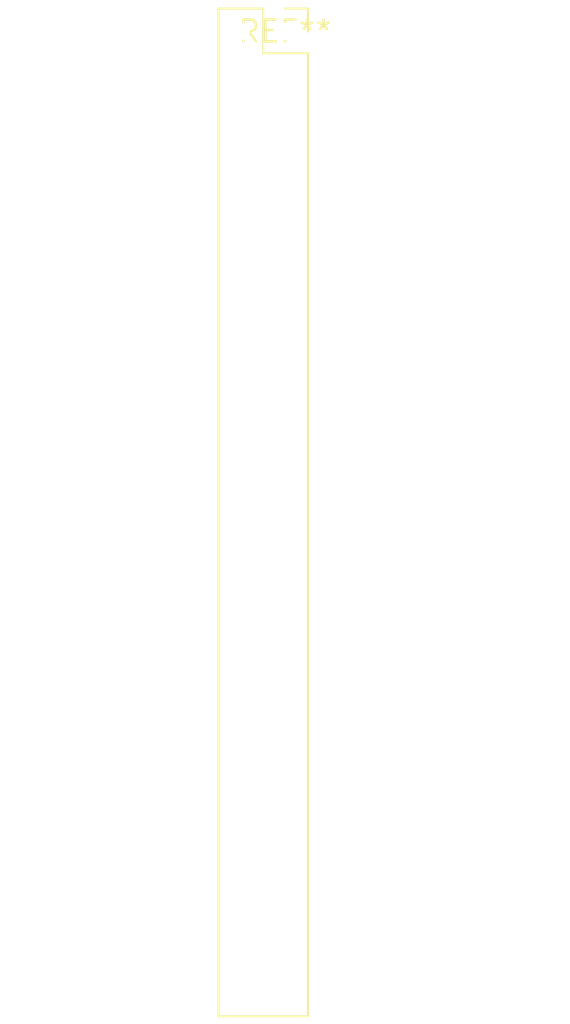
<source format=kicad_pcb>
(kicad_pcb (version 20240108) (generator pcbnew)
  (layers (0 "F.Cu" signal) (31 "B.Cu" signal) (34 "B.Paste" user) (35 "F.Paste" user) (36 "B.SilkS" user "B.Silkscreen") (37 "F.SilkS" user "F.Silkscreen") (38 "B.Mask" user) (39 "F.Mask" user) (44 "Edge.Cuts" user))
  (net 0 "")
  (footprint "PinSocket_2x23_P2.54mm_Vertical" (layer "F.Cu") (at 0 0)
    (property "Reference" "REF**")
    (property "Value" "PinSocket_2x23_P2.54mm_Vertical")
    (fp_line (start -3.87 -1.33) (end -3.87 57.21) (layer "F.SilkS") (stroke (width 0.12)))
    (fp_line (start -3.87 -1.33) (end -1.27 -1.33) (layer "F.SilkS") (stroke (width 0.12)))
    (fp_line (start -3.87 57.21) (end 1.33 57.21) (layer "F.SilkS") (stroke (width 0.12)))
    (fp_line (start -1.27 -1.33) (end -1.27 1.27) (layer "F.SilkS") (stroke (width 0.12)))
    (fp_line (start -1.27 1.27) (end 1.33 1.27) (layer "F.SilkS") (stroke (width 0.12)))
    (fp_line (start 0 -1.33) (end 1.33 -1.33) (layer "F.SilkS") (stroke (width 0.12)))
    (fp_line (start 1.33 -1.33) (end 1.33 0) (layer "F.SilkS") (stroke (width 0.12)))
    (fp_line (start 1.33 1.27) (end 1.33 57.21) (layer "F.SilkS") (stroke (width 0.12)))
    (pad "1" thru_hole rect (at 0 0) (size 1.7 1.7) (drill 1) (layers *.Cu *.Mask) (remove_unused_layers))
    (pad "2" thru_hole oval (at -2.54 0) (size 1.7 1.7) (drill 1) (layers *.Cu *.Mask) (remove_unused_layers))
    (pad "3" thru_hole oval (at 0 2.54) (size 1.7 1.7) (drill 1) (layers *.Cu *.Mask) (remove_unused_layers))
    (pad "4" thru_hole oval (at -2.54 2.54) (size 1.7 1.7) (drill 1) (layers *.Cu *.Mask) (remove_unused_layers))
    (pad "5" thru_hole oval (at 0 5.08) (size 1.7 1.7) (drill 1) (layers *.Cu *.Mask) (remove_unused_layers))
    (pad "6" thru_hole oval (at -2.54 5.08) (size 1.7 1.7) (drill 1) (layers *.Cu *.Mask) (remove_unused_layers))
    (pad "7" thru_hole oval (at 0 7.62) (size 1.7 1.7) (drill 1) (layers *.Cu *.Mask) (remove_unused_layers))
    (pad "8" thru_hole oval (at -2.54 7.62) (size 1.7 1.7) (drill 1) (layers *.Cu *.Mask) (remove_unused_layers))
    (pad "9" thru_hole oval (at 0 10.16) (size 1.7 1.7) (drill 1) (layers *.Cu *.Mask) (remove_unused_layers))
    (pad "10" thru_hole oval (at -2.54 10.16) (size 1.7 1.7) (drill 1) (layers *.Cu *.Mask) (remove_unused_layers))
    (pad "11" thru_hole oval (at 0 12.7) (size 1.7 1.7) (drill 1) (layers *.Cu *.Mask) (remove_unused_layers))
    (pad "12" thru_hole oval (at -2.54 12.7) (size 1.7 1.7) (drill 1) (layers *.Cu *.Mask) (remove_unused_layers))
    (pad "13" thru_hole oval (at 0 15.24) (size 1.7 1.7) (drill 1) (layers *.Cu *.Mask) (remove_unused_layers))
    (pad "14" thru_hole oval (at -2.54 15.24) (size 1.7 1.7) (drill 1) (layers *.Cu *.Mask) (remove_unused_layers))
    (pad "15" thru_hole oval (at 0 17.78) (size 1.7 1.7) (drill 1) (layers *.Cu *.Mask) (remove_unused_layers))
    (pad "16" thru_hole oval (at -2.54 17.78) (size 1.7 1.7) (drill 1) (layers *.Cu *.Mask) (remove_unused_layers))
    (pad "17" thru_hole oval (at 0 20.32) (size 1.7 1.7) (drill 1) (layers *.Cu *.Mask) (remove_unused_layers))
    (pad "18" thru_hole oval (at -2.54 20.32) (size 1.7 1.7) (drill 1) (layers *.Cu *.Mask) (remove_unused_layers))
    (pad "19" thru_hole oval (at 0 22.86) (size 1.7 1.7) (drill 1) (layers *.Cu *.Mask) (remove_unused_layers))
    (pad "20" thru_hole oval (at -2.54 22.86) (size 1.7 1.7) (drill 1) (layers *.Cu *.Mask) (remove_unused_layers))
    (pad "21" thru_hole oval (at 0 25.4) (size 1.7 1.7) (drill 1) (layers *.Cu *.Mask) (remove_unused_layers))
    (pad "22" thru_hole oval (at -2.54 25.4) (size 1.7 1.7) (drill 1) (layers *.Cu *.Mask) (remove_unused_layers))
    (pad "23" thru_hole oval (at 0 27.94) (size 1.7 1.7) (drill 1) (layers *.Cu *.Mask) (remove_unused_layers))
    (pad "24" thru_hole oval (at -2.54 27.94) (size 1.7 1.7) (drill 1) (layers *.Cu *.Mask) (remove_unused_layers))
    (pad "25" thru_hole oval (at 0 30.48) (size 1.7 1.7) (drill 1) (layers *.Cu *.Mask) (remove_unused_layers))
    (pad "26" thru_hole oval (at -2.54 30.48) (size 1.7 1.7) (drill 1) (layers *.Cu *.Mask) (remove_unused_layers))
    (pad "27" thru_hole oval (at 0 33.02) (size 1.7 1.7) (drill 1) (layers *.Cu *.Mask) (remove_unused_layers))
    (pad "28" thru_hole oval (at -2.54 33.02) (size 1.7 1.7) (drill 1) (layers *.Cu *.Mask) (remove_unused_layers))
    (pad "29" thru_hole oval (at 0 35.56) (size 1.7 1.7) (drill 1) (layers *.Cu *.Mask) (remove_unused_layers))
    (pad "30" thru_hole oval (at -2.54 35.56) (size 1.7 1.7) (drill 1) (layers *.Cu *.Mask) (remove_unused_layers))
    (pad "31" thru_hole oval (at 0 38.1) (size 1.7 1.7) (drill 1) (layers *.Cu *.Mask) (remove_unused_layers))
    (pad "32" thru_hole oval (at -2.54 38.1) (size 1.7 1.7) (drill 1) (layers *.Cu *.Mask) (remove_unused_layers))
    (pad "33" thru_hole oval (at 0 40.64) (size 1.7 1.7) (drill 1) (layers *.Cu *.Mask) (remove_unused_layers))
    (pad "34" thru_hole oval (at -2.54 40.64) (size 1.7 1.7) (drill 1) (layers *.Cu *.Mask) (remove_unused_layers))
    (pad "35" thru_hole oval (at 0 43.18) (size 1.7 1.7) (drill 1) (layers *.Cu *.Mask) (remove_unused_layers))
    (pad "36" thru_hole oval (at -2.54 43.18) (size 1.7 1.7) (drill 1) (layers *.Cu *.Mask) (remove_unused_layers))
    (pad "37" thru_hole oval (at 0 45.72) (size 1.7 1.7) (drill 1) (layers *.Cu *.Mask) (remove_unused_layers))
    (pad "38" thru_hole oval (at -2.54 45.72) (size 1.7 1.7) (drill 1) (layers *.Cu *.Mask) (remove_unused_layers))
    (pad "39" thru_hole oval (at 0 48.26) (size 1.7 1.7) (drill 1) (layers *.Cu *.Mask) (remove_unused_layers))
    (pad "40" thru_hole oval (at -2.54 48.26) (size 1.7 1.7) (drill 1) (layers *.Cu *.Mask) (remove_unused_layers))
    (pad "41" thru_hole oval (at 0 50.8) (size 1.7 1.7) (drill 1) (layers *.Cu *.Mask) (remove_unused_layers))
    (pad "42" thru_hole oval (at -2.54 50.8) (size 1.7 1.7) (drill 1) (layers *.Cu *.Mask) (remove_unused_layers))
    (pad "43" thru_hole oval (at 0 53.34) (size 1.7 1.7) (drill 1) (layers *.Cu *.Mask) (remove_unused_layers))
    (pad "44" thru_hole oval (at -2.54 53.34) (size 1.7 1.7) (drill 1) (layers *.Cu *.Mask) (remove_unused_layers))
    (pad "45" thru_hole oval (at 0 55.88) (size 1.7 1.7) (drill 1) (layers *.Cu *.Mask) (remove_unused_layers))
    (pad "46" thru_hole oval (at -2.54 55.88) (size 1.7 1.7) (drill 1) (layers *.Cu *.Mask) (remove_unused_layers))
  )
)
</source>
